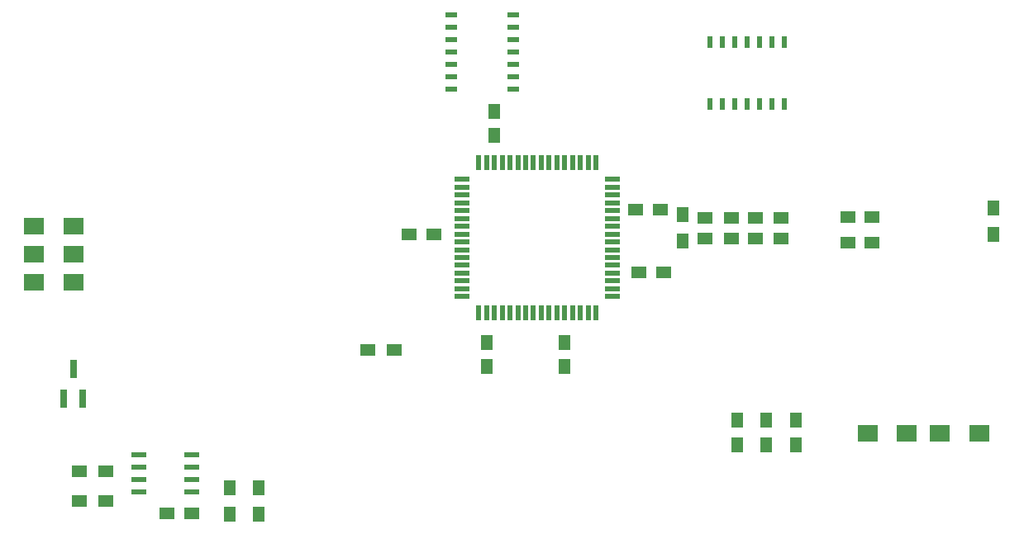
<source format=gtp>
G04 #@! TF.FileFunction,Paste,Top*
%FSLAX46Y46*%
G04 Gerber Fmt 4.6, Leading zero omitted, Abs format (unit mm)*
G04 Created by KiCad (PCBNEW 4.0.6) date 08/29/19 03:52:50*
%MOMM*%
%LPD*%
G01*
G04 APERTURE LIST*
%ADD10C,0.100000*%
%ADD11R,0.550000X1.500000*%
%ADD12R,1.500000X0.550000*%
%ADD13R,2.000000X1.700000*%
%ADD14R,1.550000X0.600000*%
%ADD15R,0.508000X1.143000*%
%ADD16R,1.143000X0.508000*%
%ADD17R,0.800000X1.900000*%
%ADD18R,1.250000X1.500000*%
%ADD19R,1.500000X1.250000*%
%ADD20R,1.300000X1.500000*%
%ADD21R,1.500000X1.300000*%
G04 APERTURE END LIST*
D10*
D11*
X147850000Y-91140000D03*
X147050000Y-91140000D03*
X146250000Y-91140000D03*
X145450000Y-91140000D03*
X144650000Y-91140000D03*
X143850000Y-91140000D03*
X143050000Y-91140000D03*
X142250000Y-91140000D03*
X141450000Y-91140000D03*
X140650000Y-91140000D03*
X139850000Y-91140000D03*
X139050000Y-91140000D03*
X138250000Y-91140000D03*
X137450000Y-91140000D03*
X136650000Y-91140000D03*
X135850000Y-91140000D03*
D12*
X134150000Y-92840000D03*
X134150000Y-93640000D03*
X134150000Y-94440000D03*
X134150000Y-95240000D03*
X134150000Y-96040000D03*
X134150000Y-96840000D03*
X134150000Y-97640000D03*
X134150000Y-98440000D03*
X134150000Y-99240000D03*
X134150000Y-100040000D03*
X134150000Y-100840000D03*
X134150000Y-101640000D03*
X134150000Y-102440000D03*
X134150000Y-103240000D03*
X134150000Y-104040000D03*
X134150000Y-104840000D03*
D11*
X135850000Y-106540000D03*
X136650000Y-106540000D03*
X137450000Y-106540000D03*
X138250000Y-106540000D03*
X139050000Y-106540000D03*
X139850000Y-106540000D03*
X140650000Y-106540000D03*
X141450000Y-106540000D03*
X142250000Y-106540000D03*
X143050000Y-106540000D03*
X143850000Y-106540000D03*
X144650000Y-106540000D03*
X145450000Y-106540000D03*
X146250000Y-106540000D03*
X147050000Y-106540000D03*
X147850000Y-106540000D03*
D12*
X149550000Y-104840000D03*
X149550000Y-104040000D03*
X149550000Y-103240000D03*
X149550000Y-102440000D03*
X149550000Y-101640000D03*
X149550000Y-100840000D03*
X149550000Y-100040000D03*
X149550000Y-99240000D03*
X149550000Y-98440000D03*
X149550000Y-97640000D03*
X149550000Y-96840000D03*
X149550000Y-96040000D03*
X149550000Y-95240000D03*
X149550000Y-94440000D03*
X149550000Y-93640000D03*
X149550000Y-92840000D03*
D13*
X90300000Y-100500000D03*
X94300000Y-100500000D03*
X94300000Y-97600000D03*
X90300000Y-97600000D03*
X94300000Y-103400000D03*
X90300000Y-103400000D03*
D14*
X106450000Y-124875000D03*
X106450000Y-123605000D03*
X106450000Y-122335000D03*
X106450000Y-121065000D03*
X101050000Y-121065000D03*
X101050000Y-122335000D03*
X101050000Y-123605000D03*
X101050000Y-124875000D03*
D13*
X187100000Y-118900000D03*
X183100000Y-118900000D03*
X179700000Y-118900000D03*
X175700000Y-118900000D03*
D15*
X159490000Y-85102000D03*
X160760000Y-85102000D03*
X162030000Y-85102000D03*
X163300000Y-85102000D03*
X164570000Y-85102000D03*
X165840000Y-85102000D03*
X167110000Y-85102000D03*
X167110000Y-78752000D03*
X165840000Y-78752000D03*
X163300000Y-78752000D03*
X162030000Y-78752000D03*
X160760000Y-78752000D03*
X159490000Y-78752000D03*
X164570000Y-78752000D03*
D16*
X132998000Y-75990000D03*
X132998000Y-77260000D03*
X132998000Y-78530000D03*
X132998000Y-79800000D03*
X132998000Y-81070000D03*
X132998000Y-82340000D03*
X132998000Y-83610000D03*
X139348000Y-83610000D03*
X139348000Y-82340000D03*
X139348000Y-79800000D03*
X139348000Y-78530000D03*
X139348000Y-77260000D03*
X139348000Y-75990000D03*
X139348000Y-81070000D03*
D17*
X93350000Y-115300000D03*
X95250000Y-115300000D03*
X94300000Y-112300000D03*
D18*
X162300000Y-117550000D03*
X162300000Y-120050000D03*
X165300000Y-117550000D03*
X165300000Y-120050000D03*
X168300000Y-117550000D03*
X168300000Y-120050000D03*
D19*
X131250000Y-98500000D03*
X128750000Y-98500000D03*
X152250000Y-102400000D03*
X154750000Y-102400000D03*
D18*
X137400000Y-88350000D03*
X137400000Y-85850000D03*
X136700000Y-109550000D03*
X136700000Y-112050000D03*
X144600000Y-109550000D03*
X144600000Y-112050000D03*
D19*
X154450000Y-95900000D03*
X151950000Y-95900000D03*
X106425000Y-127050000D03*
X103925000Y-127050000D03*
X173650000Y-99300000D03*
X176150000Y-99300000D03*
X173650000Y-96700000D03*
X176150000Y-96700000D03*
D20*
X156700000Y-99150000D03*
X156700000Y-96450000D03*
D21*
X124450000Y-110300000D03*
X127150000Y-110300000D03*
X97650000Y-125800000D03*
X94950000Y-125800000D03*
X94950000Y-122800000D03*
X97650000Y-122800000D03*
D20*
X110300000Y-124450000D03*
X110300000Y-127150000D03*
X188600000Y-98450000D03*
X188600000Y-95750000D03*
X113300000Y-124450000D03*
X113300000Y-127150000D03*
D21*
X164150000Y-96800000D03*
X166850000Y-96800000D03*
X164150000Y-98900000D03*
X166850000Y-98900000D03*
X161750000Y-96800000D03*
X159050000Y-96800000D03*
X161750000Y-98900000D03*
X159050000Y-98900000D03*
M02*

</source>
